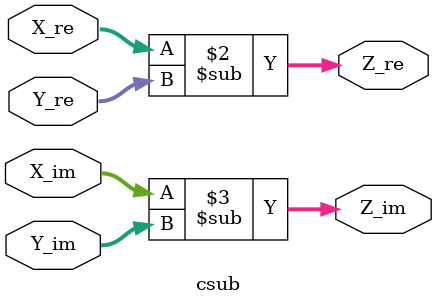
<source format=v>
module csub #(parameter WIDTH = 13)(
	input signed [WIDTH-1:0] X_re, X_im, Y_re, Y_im, 
	output reg signed [WIDTH-1:0] Z_re, Z_im
);

	always @(*) begin
		Z_re = X_re - Y_re;
		Z_im = X_im - Y_im;
	end

endmodule

</source>
